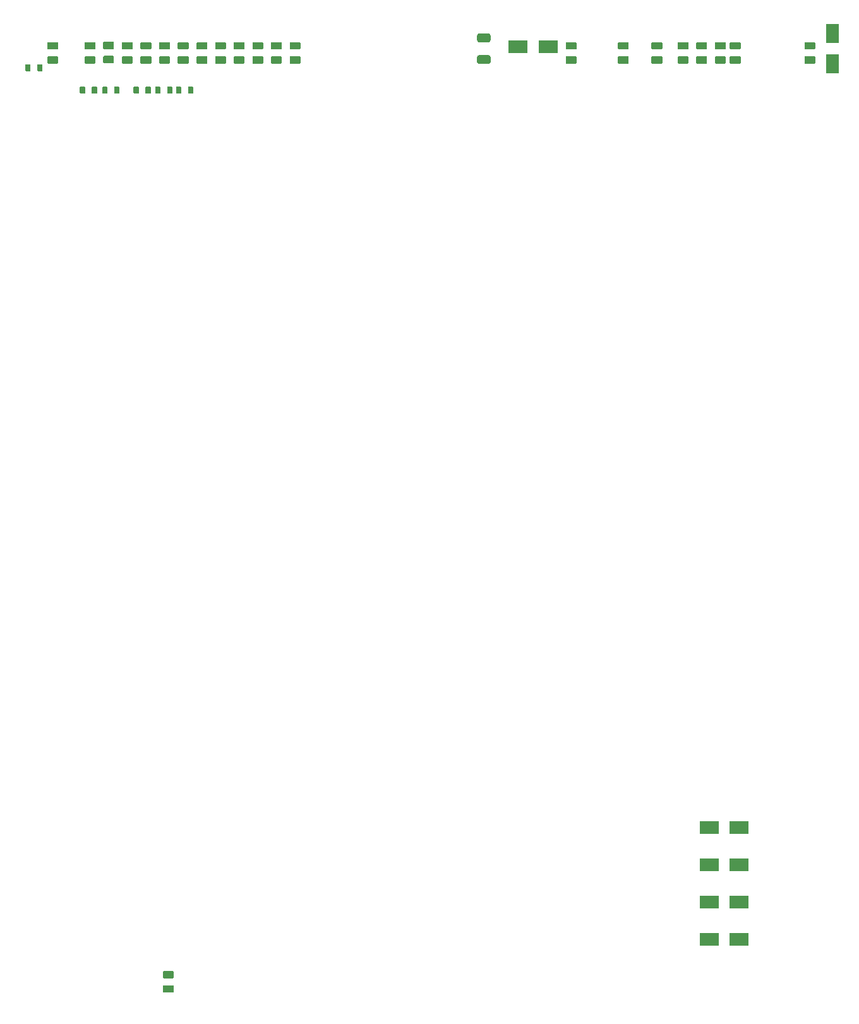
<source format=gtp>
G04 #@! TF.GenerationSoftware,KiCad,Pcbnew,7.0.11-7.0.11~ubuntu22.04.1*
G04 #@! TF.CreationDate,2024-03-12T21:10:04+00:00*
G04 #@! TF.ProjectId,proteusOBD2Ahonda,70726f74-6575-4734-9f42-443241686f6e,a*
G04 #@! TF.SameCoordinates,PX3473bc0PY108ee440*
G04 #@! TF.FileFunction,Paste,Top*
G04 #@! TF.FilePolarity,Positive*
%FSLAX46Y46*%
G04 Gerber Fmt 4.6, Leading zero omitted, Abs format (unit mm)*
G04 Created by KiCad (PCBNEW 7.0.11-7.0.11~ubuntu22.04.1) date 2024-03-12 21:10:04*
%MOMM*%
%LPD*%
G01*
G04 APERTURE LIST*
%ADD10R,2.500000X1.800000*%
%ADD11O,0.000001X0.000001*%
%ADD12R,1.800000X2.500000*%
G04 APERTURE END LIST*
G04 #@! TO.C,R20*
G36*
G01*
X47375000Y198299521D02*
X48625000Y198299521D01*
G75*
G02*
X48725000Y198199521I0J-100000D01*
G01*
X48725000Y197399521D01*
G75*
G02*
X48625000Y197299521I-100000J0D01*
G01*
X47375000Y197299521D01*
G75*
G02*
X47275000Y197399521I0J100000D01*
G01*
X47275000Y198199521D01*
G75*
G02*
X47375000Y198299521I100000J0D01*
G01*
G37*
G36*
G01*
X47375000Y196399499D02*
X48625000Y196399499D01*
G75*
G02*
X48725000Y196299499I0J-100000D01*
G01*
X48725000Y195499499D01*
G75*
G02*
X48625000Y195399499I-100000J0D01*
G01*
X47375000Y195399499D01*
G75*
G02*
X47275000Y195499499I0J100000D01*
G01*
X47275000Y196299499D01*
G75*
G02*
X47375000Y196399499I100000J0D01*
G01*
G37*
G04 #@! TD*
G04 #@! TO.C,R18*
G36*
G01*
X57375000Y198250001D02*
X58625000Y198250001D01*
G75*
G02*
X58725000Y198150001I0J-100000D01*
G01*
X58725000Y197350001D01*
G75*
G02*
X58625000Y197250001I-100000J0D01*
G01*
X57375000Y197250001D01*
G75*
G02*
X57275000Y197350001I0J100000D01*
G01*
X57275000Y198150001D01*
G75*
G02*
X57375000Y198250001I100000J0D01*
G01*
G37*
G36*
G01*
X57375000Y196349979D02*
X58625000Y196349979D01*
G75*
G02*
X58725000Y196249979I0J-100000D01*
G01*
X58725000Y195449979D01*
G75*
G02*
X58625000Y195349979I-100000J0D01*
G01*
X57375000Y195349979D01*
G75*
G02*
X57275000Y195449979I0J100000D01*
G01*
X57275000Y196249979D01*
G75*
G02*
X57375000Y196349979I100000J0D01*
G01*
G37*
G04 #@! TD*
G04 #@! TO.C,R8*
G36*
G01*
X39150000Y195190000D02*
X39150000Y194410000D01*
G75*
G02*
X39080000Y194340000I-70000J0D01*
G01*
X38520000Y194340000D01*
G75*
G02*
X38450000Y194410000I0J70000D01*
G01*
X38450000Y195190000D01*
G75*
G02*
X38520000Y195260000I70000J0D01*
G01*
X39080000Y195260000D01*
G75*
G02*
X39150000Y195190000I0J-70000D01*
G01*
G37*
G36*
G01*
X37550000Y195190000D02*
X37550000Y194410000D01*
G75*
G02*
X37480000Y194340000I-70000J0D01*
G01*
X36920000Y194340000D01*
G75*
G02*
X36850000Y194410000I0J70000D01*
G01*
X36850000Y195190000D01*
G75*
G02*
X36920000Y195260000I70000J0D01*
G01*
X37480000Y195260000D01*
G75*
G02*
X37550000Y195190000I0J-70000D01*
G01*
G37*
G04 #@! TD*
D10*
G04 #@! TO.C,D3*
X128500000Y78000000D03*
X132500000Y78000000D03*
G04 #@! TD*
G04 #@! TO.C,R25*
G36*
G01*
X126875000Y198250001D02*
X128125000Y198250001D01*
G75*
G02*
X128225000Y198150001I0J-100000D01*
G01*
X128225000Y197350001D01*
G75*
G02*
X128125000Y197250001I-100000J0D01*
G01*
X126875000Y197250001D01*
G75*
G02*
X126775000Y197350001I0J100000D01*
G01*
X126775000Y198150001D01*
G75*
G02*
X126875000Y198250001I100000J0D01*
G01*
G37*
G36*
G01*
X126875000Y196349979D02*
X128125000Y196349979D01*
G75*
G02*
X128225000Y196249979I0J-100000D01*
G01*
X128225000Y195449979D01*
G75*
G02*
X128125000Y195349979I-100000J0D01*
G01*
X126875000Y195349979D01*
G75*
G02*
X126775000Y195449979I0J100000D01*
G01*
X126775000Y196249979D01*
G75*
G02*
X126875000Y196349979I100000J0D01*
G01*
G37*
G04 #@! TD*
D11*
G04 #@! TO.C,M3*
X36187499Y69913333D03*
G04 #@! TD*
G04 #@! TO.C,R5*
G36*
G01*
X44150000Y191410000D02*
X44150000Y192190000D01*
G75*
G02*
X44220000Y192260000I70000J0D01*
G01*
X44780000Y192260000D01*
G75*
G02*
X44850000Y192190000I0J-70000D01*
G01*
X44850000Y191410000D01*
G75*
G02*
X44780000Y191340000I-70000J0D01*
G01*
X44220000Y191340000D01*
G75*
G02*
X44150000Y191410000I0J70000D01*
G01*
G37*
G36*
G01*
X45750000Y191410000D02*
X45750000Y192190000D01*
G75*
G02*
X45820000Y192260000I70000J0D01*
G01*
X46380000Y192260000D01*
G75*
G02*
X46450000Y192190000I0J-70000D01*
G01*
X46450000Y191410000D01*
G75*
G02*
X46380000Y191340000I-70000J0D01*
G01*
X45820000Y191340000D01*
G75*
G02*
X45750000Y191410000I0J70000D01*
G01*
G37*
G04 #@! TD*
G04 #@! TO.C,R2*
G36*
G01*
X120875000Y198250001D02*
X122125000Y198250001D01*
G75*
G02*
X122225000Y198150001I0J-100000D01*
G01*
X122225000Y197350001D01*
G75*
G02*
X122125000Y197250001I-100000J0D01*
G01*
X120875000Y197250001D01*
G75*
G02*
X120775000Y197350001I0J100000D01*
G01*
X120775000Y198150001D01*
G75*
G02*
X120875000Y198250001I100000J0D01*
G01*
G37*
G36*
G01*
X120875000Y196349979D02*
X122125000Y196349979D01*
G75*
G02*
X122225000Y196249979I0J-100000D01*
G01*
X122225000Y195449979D01*
G75*
G02*
X122125000Y195349979I-100000J0D01*
G01*
X120875000Y195349979D01*
G75*
G02*
X120775000Y195449979I0J100000D01*
G01*
X120775000Y196249979D01*
G75*
G02*
X120875000Y196349979I100000J0D01*
G01*
G37*
G04 #@! TD*
G04 #@! TO.C,R14*
G36*
G01*
X49875000Y198250001D02*
X51125000Y198250001D01*
G75*
G02*
X51225000Y198150001I0J-100000D01*
G01*
X51225000Y197350001D01*
G75*
G02*
X51125000Y197250001I-100000J0D01*
G01*
X49875000Y197250001D01*
G75*
G02*
X49775000Y197350001I0J100000D01*
G01*
X49775000Y198150001D01*
G75*
G02*
X49875000Y198250001I100000J0D01*
G01*
G37*
G36*
G01*
X49875000Y196349979D02*
X51125000Y196349979D01*
G75*
G02*
X51225000Y196249979I0J-100000D01*
G01*
X51225000Y195449979D01*
G75*
G02*
X51125000Y195349979I-100000J0D01*
G01*
X49875000Y195349979D01*
G75*
G02*
X49775000Y195449979I0J100000D01*
G01*
X49775000Y196249979D01*
G75*
G02*
X49875000Y196349979I100000J0D01*
G01*
G37*
G04 #@! TD*
G04 #@! TO.C,R16*
G36*
G01*
X67375000Y198250001D02*
X68625000Y198250001D01*
G75*
G02*
X68725000Y198150001I0J-100000D01*
G01*
X68725000Y197350001D01*
G75*
G02*
X68625000Y197250001I-100000J0D01*
G01*
X67375000Y197250001D01*
G75*
G02*
X67275000Y197350001I0J100000D01*
G01*
X67275000Y198150001D01*
G75*
G02*
X67375000Y198250001I100000J0D01*
G01*
G37*
G36*
G01*
X67375000Y196349979D02*
X68625000Y196349979D01*
G75*
G02*
X68725000Y196249979I0J-100000D01*
G01*
X68725000Y195449979D01*
G75*
G02*
X68625000Y195349979I-100000J0D01*
G01*
X67375000Y195349979D01*
G75*
G02*
X67275000Y195449979I0J100000D01*
G01*
X67275000Y196249979D01*
G75*
G02*
X67375000Y196349979I100000J0D01*
G01*
G37*
G04 #@! TD*
G04 #@! TO.C,F1*
G36*
G01*
X97400000Y198465344D02*
X97400000Y199155344D01*
G75*
G02*
X97630000Y199385344I230000J0D01*
G01*
X98970000Y199385344D01*
G75*
G02*
X99200000Y199155344I0J-230000D01*
G01*
X99200000Y198465344D01*
G75*
G02*
X98970000Y198235344I-230000J0D01*
G01*
X97630000Y198235344D01*
G75*
G02*
X97400000Y198465344I0J230000D01*
G01*
G37*
G36*
G01*
X97400000Y195565324D02*
X97400000Y196255324D01*
G75*
G02*
X97630000Y196485324I230000J0D01*
G01*
X98970000Y196485324D01*
G75*
G02*
X99200000Y196255324I0J-230000D01*
G01*
X99200000Y195565324D01*
G75*
G02*
X98970000Y195335324I-230000J0D01*
G01*
X97630000Y195335324D01*
G75*
G02*
X97400000Y195565324I0J230000D01*
G01*
G37*
G04 #@! TD*
G04 #@! TO.C,R24*
G36*
G01*
X129375000Y198250001D02*
X130625000Y198250001D01*
G75*
G02*
X130725000Y198150001I0J-100000D01*
G01*
X130725000Y197350001D01*
G75*
G02*
X130625000Y197250001I-100000J0D01*
G01*
X129375000Y197250001D01*
G75*
G02*
X129275000Y197350001I0J100000D01*
G01*
X129275000Y198150001D01*
G75*
G02*
X129375000Y198250001I100000J0D01*
G01*
G37*
G36*
G01*
X129375000Y196349979D02*
X130625000Y196349979D01*
G75*
G02*
X130725000Y196249979I0J-100000D01*
G01*
X130725000Y195449979D01*
G75*
G02*
X130625000Y195349979I-100000J0D01*
G01*
X129375000Y195349979D01*
G75*
G02*
X129275000Y195449979I0J100000D01*
G01*
X129275000Y196249979D01*
G75*
G02*
X129375000Y196349979I100000J0D01*
G01*
G37*
G04 #@! TD*
G04 #@! TO.C,R3*
G36*
G01*
X53650000Y192190000D02*
X53650000Y191410000D01*
G75*
G02*
X53580000Y191340000I-70000J0D01*
G01*
X53020000Y191340000D01*
G75*
G02*
X52950000Y191410000I0J70000D01*
G01*
X52950000Y192190000D01*
G75*
G02*
X53020000Y192260000I70000J0D01*
G01*
X53580000Y192260000D01*
G75*
G02*
X53650000Y192190000I0J-70000D01*
G01*
G37*
G36*
G01*
X52050000Y192190000D02*
X52050000Y191410000D01*
G75*
G02*
X51980000Y191340000I-70000J0D01*
G01*
X51420000Y191340000D01*
G75*
G02*
X51350000Y191410000I0J70000D01*
G01*
X51350000Y192190000D01*
G75*
G02*
X51420000Y192260000I70000J0D01*
G01*
X51980000Y192260000D01*
G75*
G02*
X52050000Y192190000I0J-70000D01*
G01*
G37*
G04 #@! TD*
D10*
G04 #@! TO.C,D1*
X106900000Y197600000D03*
X102900000Y197600000D03*
G04 #@! TD*
G04 #@! TO.C,D5*
X128500000Y93000000D03*
X132500000Y93000000D03*
G04 #@! TD*
G04 #@! TO.C,R15*
G36*
G01*
X44875000Y198250001D02*
X46125000Y198250001D01*
G75*
G02*
X46225000Y198150001I0J-100000D01*
G01*
X46225000Y197350001D01*
G75*
G02*
X46125000Y197250001I-100000J0D01*
G01*
X44875000Y197250001D01*
G75*
G02*
X44775000Y197350001I0J100000D01*
G01*
X44775000Y198150001D01*
G75*
G02*
X44875000Y198250001I100000J0D01*
G01*
G37*
G36*
G01*
X44875000Y196349979D02*
X46125000Y196349979D01*
G75*
G02*
X46225000Y196249979I0J-100000D01*
G01*
X46225000Y195449979D01*
G75*
G02*
X46125000Y195349979I-100000J0D01*
G01*
X44875000Y195349979D01*
G75*
G02*
X44775000Y195449979I0J100000D01*
G01*
X44775000Y196249979D01*
G75*
G02*
X44875000Y196349979I100000J0D01*
G01*
G37*
G04 #@! TD*
G04 #@! TO.C,R7*
G36*
G01*
X56550000Y192190000D02*
X56550000Y191410000D01*
G75*
G02*
X56480000Y191340000I-70000J0D01*
G01*
X55920000Y191340000D01*
G75*
G02*
X55850000Y191410000I0J70000D01*
G01*
X55850000Y192190000D01*
G75*
G02*
X55920000Y192260000I70000J0D01*
G01*
X56480000Y192260000D01*
G75*
G02*
X56550000Y192190000I0J-70000D01*
G01*
G37*
G36*
G01*
X54950000Y192190000D02*
X54950000Y191410000D01*
G75*
G02*
X54880000Y191340000I-70000J0D01*
G01*
X54320000Y191340000D01*
G75*
G02*
X54250000Y191410000I0J70000D01*
G01*
X54250000Y192190000D01*
G75*
G02*
X54320000Y192260000I70000J0D01*
G01*
X54880000Y192260000D01*
G75*
G02*
X54950000Y192190000I0J-70000D01*
G01*
G37*
G04 #@! TD*
G04 #@! TO.C,R28*
G36*
G01*
X131375000Y198250001D02*
X132625000Y198250001D01*
G75*
G02*
X132725000Y198150001I0J-100000D01*
G01*
X132725000Y197350001D01*
G75*
G02*
X132625000Y197250001I-100000J0D01*
G01*
X131375000Y197250001D01*
G75*
G02*
X131275000Y197350001I0J100000D01*
G01*
X131275000Y198150001D01*
G75*
G02*
X131375000Y198250001I100000J0D01*
G01*
G37*
G36*
G01*
X131375000Y196349979D02*
X132625000Y196349979D01*
G75*
G02*
X132725000Y196249979I0J-100000D01*
G01*
X132725000Y195449979D01*
G75*
G02*
X132625000Y195349979I-100000J0D01*
G01*
X131375000Y195349979D01*
G75*
G02*
X131275000Y195449979I0J100000D01*
G01*
X131275000Y196249979D01*
G75*
G02*
X131375000Y196349979I100000J0D01*
G01*
G37*
G04 #@! TD*
G04 #@! TO.C,R10*
G36*
G01*
X69875000Y198250001D02*
X71125000Y198250001D01*
G75*
G02*
X71225000Y198150001I0J-100000D01*
G01*
X71225000Y197350001D01*
G75*
G02*
X71125000Y197250001I-100000J0D01*
G01*
X69875000Y197250001D01*
G75*
G02*
X69775000Y197350001I0J100000D01*
G01*
X69775000Y198150001D01*
G75*
G02*
X69875000Y198250001I100000J0D01*
G01*
G37*
G36*
G01*
X69875000Y196349979D02*
X71125000Y196349979D01*
G75*
G02*
X71225000Y196249979I0J-100000D01*
G01*
X71225000Y195449979D01*
G75*
G02*
X71125000Y195349979I-100000J0D01*
G01*
X69875000Y195349979D01*
G75*
G02*
X69775000Y195449979I0J100000D01*
G01*
X69775000Y196249979D01*
G75*
G02*
X69875000Y196349979I100000J0D01*
G01*
G37*
G04 #@! TD*
G04 #@! TO.C,R23*
G36*
G01*
X141375000Y198250001D02*
X142625000Y198250001D01*
G75*
G02*
X142725000Y198150001I0J-100000D01*
G01*
X142725000Y197350001D01*
G75*
G02*
X142625000Y197250001I-100000J0D01*
G01*
X141375000Y197250001D01*
G75*
G02*
X141275000Y197350001I0J100000D01*
G01*
X141275000Y198150001D01*
G75*
G02*
X141375000Y198250001I100000J0D01*
G01*
G37*
G36*
G01*
X141375000Y196349979D02*
X142625000Y196349979D01*
G75*
G02*
X142725000Y196249979I0J-100000D01*
G01*
X142725000Y195449979D01*
G75*
G02*
X142625000Y195349979I-100000J0D01*
G01*
X141375000Y195349979D01*
G75*
G02*
X141275000Y195449979I0J100000D01*
G01*
X141275000Y196249979D01*
G75*
G02*
X141375000Y196349979I100000J0D01*
G01*
G37*
G04 #@! TD*
G04 #@! TO.C,R4*
G36*
G01*
X47150000Y191410000D02*
X47150000Y192190000D01*
G75*
G02*
X47220000Y192260000I70000J0D01*
G01*
X47780000Y192260000D01*
G75*
G02*
X47850000Y192190000I0J-70000D01*
G01*
X47850000Y191410000D01*
G75*
G02*
X47780000Y191340000I-70000J0D01*
G01*
X47220000Y191340000D01*
G75*
G02*
X47150000Y191410000I0J70000D01*
G01*
G37*
G36*
G01*
X48750000Y191410000D02*
X48750000Y192190000D01*
G75*
G02*
X48820000Y192260000I70000J0D01*
G01*
X49380000Y192260000D01*
G75*
G02*
X49450000Y192190000I0J-70000D01*
G01*
X49450000Y191410000D01*
G75*
G02*
X49380000Y191340000I-70000J0D01*
G01*
X48820000Y191340000D01*
G75*
G02*
X48750000Y191410000I0J70000D01*
G01*
G37*
G04 #@! TD*
G04 #@! TO.C,R12*
G36*
G01*
X59895000Y198250001D02*
X61145000Y198250001D01*
G75*
G02*
X61245000Y198150001I0J-100000D01*
G01*
X61245000Y197350001D01*
G75*
G02*
X61145000Y197250001I-100000J0D01*
G01*
X59895000Y197250001D01*
G75*
G02*
X59795000Y197350001I0J100000D01*
G01*
X59795000Y198150001D01*
G75*
G02*
X59895000Y198250001I100000J0D01*
G01*
G37*
G36*
G01*
X59895000Y196349979D02*
X61145000Y196349979D01*
G75*
G02*
X61245000Y196249979I0J-100000D01*
G01*
X61245000Y195449979D01*
G75*
G02*
X61145000Y195349979I-100000J0D01*
G01*
X59895000Y195349979D01*
G75*
G02*
X59795000Y195449979I0J100000D01*
G01*
X59795000Y196249979D01*
G75*
G02*
X59895000Y196349979I100000J0D01*
G01*
G37*
G04 #@! TD*
G04 #@! TO.C,R21*
G36*
G01*
X39875000Y198250001D02*
X41125000Y198250001D01*
G75*
G02*
X41225000Y198150001I0J-100000D01*
G01*
X41225000Y197350001D01*
G75*
G02*
X41125000Y197250001I-100000J0D01*
G01*
X39875000Y197250001D01*
G75*
G02*
X39775000Y197350001I0J100000D01*
G01*
X39775000Y198150001D01*
G75*
G02*
X39875000Y198250001I100000J0D01*
G01*
G37*
G36*
G01*
X39875000Y196349979D02*
X41125000Y196349979D01*
G75*
G02*
X41225000Y196249979I0J-100000D01*
G01*
X41225000Y195449979D01*
G75*
G02*
X41125000Y195349979I-100000J0D01*
G01*
X39875000Y195349979D01*
G75*
G02*
X39775000Y195449979I0J100000D01*
G01*
X39775000Y196249979D01*
G75*
G02*
X39875000Y196349979I100000J0D01*
G01*
G37*
G04 #@! TD*
G04 #@! TO.C,R13*
G36*
G01*
X52375000Y198250001D02*
X53625000Y198250001D01*
G75*
G02*
X53725000Y198150001I0J-100000D01*
G01*
X53725000Y197350001D01*
G75*
G02*
X53625000Y197250001I-100000J0D01*
G01*
X52375000Y197250001D01*
G75*
G02*
X52275000Y197350001I0J100000D01*
G01*
X52275000Y198150001D01*
G75*
G02*
X52375000Y198250001I100000J0D01*
G01*
G37*
G36*
G01*
X52375000Y196349979D02*
X53625000Y196349979D01*
G75*
G02*
X53725000Y196249979I0J-100000D01*
G01*
X53725000Y195449979D01*
G75*
G02*
X53625000Y195349979I-100000J0D01*
G01*
X52375000Y195349979D01*
G75*
G02*
X52275000Y195449979I0J100000D01*
G01*
X52275000Y196249979D01*
G75*
G02*
X52375000Y196349979I100000J0D01*
G01*
G37*
G04 #@! TD*
G04 #@! TO.C,R27*
G36*
G01*
X116375000Y198250001D02*
X117625000Y198250001D01*
G75*
G02*
X117725000Y198150001I0J-100000D01*
G01*
X117725000Y197350001D01*
G75*
G02*
X117625000Y197250001I-100000J0D01*
G01*
X116375000Y197250001D01*
G75*
G02*
X116275000Y197350001I0J100000D01*
G01*
X116275000Y198150001D01*
G75*
G02*
X116375000Y198250001I100000J0D01*
G01*
G37*
G36*
G01*
X116375000Y196349979D02*
X117625000Y196349979D01*
G75*
G02*
X117725000Y196249979I0J-100000D01*
G01*
X117725000Y195449979D01*
G75*
G02*
X117625000Y195349979I-100000J0D01*
G01*
X116375000Y195349979D01*
G75*
G02*
X116275000Y195449979I0J100000D01*
G01*
X116275000Y196249979D01*
G75*
G02*
X116375000Y196349979I100000J0D01*
G01*
G37*
G04 #@! TD*
G04 #@! TO.C,D6*
X128500000Y88000000D03*
X132500000Y88000000D03*
G04 #@! TD*
D12*
G04 #@! TO.C,D2*
X145000000Y195374889D03*
X145000000Y199374889D03*
G04 #@! TD*
G04 #@! TO.C,R17*
G36*
G01*
X62375000Y198250001D02*
X63625000Y198250001D01*
G75*
G02*
X63725000Y198150001I0J-100000D01*
G01*
X63725000Y197350001D01*
G75*
G02*
X63625000Y197250001I-100000J0D01*
G01*
X62375000Y197250001D01*
G75*
G02*
X62275000Y197350001I0J100000D01*
G01*
X62275000Y198150001D01*
G75*
G02*
X62375000Y198250001I100000J0D01*
G01*
G37*
G36*
G01*
X62375000Y196349979D02*
X63625000Y196349979D01*
G75*
G02*
X63725000Y196249979I0J-100000D01*
G01*
X63725000Y195449979D01*
G75*
G02*
X63625000Y195349979I-100000J0D01*
G01*
X62375000Y195349979D01*
G75*
G02*
X62275000Y195449979I0J100000D01*
G01*
X62275000Y196249979D01*
G75*
G02*
X62375000Y196349979I100000J0D01*
G01*
G37*
G04 #@! TD*
G04 #@! TO.C,R1*
G36*
G01*
X72375000Y198250001D02*
X73625000Y198250001D01*
G75*
G02*
X73725000Y198150001I0J-100000D01*
G01*
X73725000Y197350001D01*
G75*
G02*
X73625000Y197250001I-100000J0D01*
G01*
X72375000Y197250001D01*
G75*
G02*
X72275000Y197350001I0J100000D01*
G01*
X72275000Y198150001D01*
G75*
G02*
X72375000Y198250001I100000J0D01*
G01*
G37*
G36*
G01*
X72375000Y196349979D02*
X73625000Y196349979D01*
G75*
G02*
X73725000Y196249979I0J-100000D01*
G01*
X73725000Y195449979D01*
G75*
G02*
X73625000Y195349979I-100000J0D01*
G01*
X72375000Y195349979D01*
G75*
G02*
X72275000Y195449979I0J100000D01*
G01*
X72275000Y196249979D01*
G75*
G02*
X72375000Y196349979I100000J0D01*
G01*
G37*
G04 #@! TD*
G04 #@! TO.C,R22*
G36*
G01*
X109375000Y198250001D02*
X110625000Y198250001D01*
G75*
G02*
X110725000Y198150001I0J-100000D01*
G01*
X110725000Y197350001D01*
G75*
G02*
X110625000Y197250001I-100000J0D01*
G01*
X109375000Y197250001D01*
G75*
G02*
X109275000Y197350001I0J100000D01*
G01*
X109275000Y198150001D01*
G75*
G02*
X109375000Y198250001I100000J0D01*
G01*
G37*
G36*
G01*
X109375000Y196349979D02*
X110625000Y196349979D01*
G75*
G02*
X110725000Y196249979I0J-100000D01*
G01*
X110725000Y195449979D01*
G75*
G02*
X110625000Y195349979I-100000J0D01*
G01*
X109375000Y195349979D01*
G75*
G02*
X109275000Y195449979I0J100000D01*
G01*
X109275000Y196249979D01*
G75*
G02*
X109375000Y196349979I100000J0D01*
G01*
G37*
G04 #@! TD*
G04 #@! TO.C,R26*
G36*
G01*
X124375000Y198250001D02*
X125625000Y198250001D01*
G75*
G02*
X125725000Y198150001I0J-100000D01*
G01*
X125725000Y197350001D01*
G75*
G02*
X125625000Y197250001I-100000J0D01*
G01*
X124375000Y197250001D01*
G75*
G02*
X124275000Y197350001I0J100000D01*
G01*
X124275000Y198150001D01*
G75*
G02*
X124375000Y198250001I100000J0D01*
G01*
G37*
G36*
G01*
X124375000Y196349979D02*
X125625000Y196349979D01*
G75*
G02*
X125725000Y196249979I0J-100000D01*
G01*
X125725000Y195449979D01*
G75*
G02*
X125625000Y195349979I-100000J0D01*
G01*
X124375000Y195349979D01*
G75*
G02*
X124275000Y195449979I0J100000D01*
G01*
X124275000Y196249979D01*
G75*
G02*
X124375000Y196349979I100000J0D01*
G01*
G37*
G04 #@! TD*
G04 #@! TO.C,R6*
G36*
G01*
X59350000Y192190000D02*
X59350000Y191410000D01*
G75*
G02*
X59280000Y191340000I-70000J0D01*
G01*
X58720000Y191340000D01*
G75*
G02*
X58650000Y191410000I0J70000D01*
G01*
X58650000Y192190000D01*
G75*
G02*
X58720000Y192260000I70000J0D01*
G01*
X59280000Y192260000D01*
G75*
G02*
X59350000Y192190000I0J-70000D01*
G01*
G37*
G36*
G01*
X57750000Y192190000D02*
X57750000Y191410000D01*
G75*
G02*
X57680000Y191340000I-70000J0D01*
G01*
X57120000Y191340000D01*
G75*
G02*
X57050000Y191410000I0J70000D01*
G01*
X57050000Y192190000D01*
G75*
G02*
X57120000Y192260000I70000J0D01*
G01*
X57680000Y192260000D01*
G75*
G02*
X57750000Y192190000I0J-70000D01*
G01*
G37*
G04 #@! TD*
G04 #@! TO.C,R19*
G36*
G01*
X54875000Y198250001D02*
X56125000Y198250001D01*
G75*
G02*
X56225000Y198150001I0J-100000D01*
G01*
X56225000Y197350001D01*
G75*
G02*
X56125000Y197250001I-100000J0D01*
G01*
X54875000Y197250001D01*
G75*
G02*
X54775000Y197350001I0J100000D01*
G01*
X54775000Y198150001D01*
G75*
G02*
X54875000Y198250001I100000J0D01*
G01*
G37*
G36*
G01*
X54875000Y196349979D02*
X56125000Y196349979D01*
G75*
G02*
X56225000Y196249979I0J-100000D01*
G01*
X56225000Y195449979D01*
G75*
G02*
X56125000Y195349979I-100000J0D01*
G01*
X54875000Y195349979D01*
G75*
G02*
X54775000Y195449979I0J100000D01*
G01*
X54775000Y196249979D01*
G75*
G02*
X54875000Y196349979I100000J0D01*
G01*
G37*
G04 #@! TD*
G04 #@! TO.C,R11*
G36*
G01*
X64875000Y198250001D02*
X66125000Y198250001D01*
G75*
G02*
X66225000Y198150001I0J-100000D01*
G01*
X66225000Y197350001D01*
G75*
G02*
X66125000Y197250001I-100000J0D01*
G01*
X64875000Y197250001D01*
G75*
G02*
X64775000Y197350001I0J100000D01*
G01*
X64775000Y198150001D01*
G75*
G02*
X64875000Y198250001I100000J0D01*
G01*
G37*
G36*
G01*
X64875000Y196349979D02*
X66125000Y196349979D01*
G75*
G02*
X66225000Y196249979I0J-100000D01*
G01*
X66225000Y195449979D01*
G75*
G02*
X66125000Y195349979I-100000J0D01*
G01*
X64875000Y195349979D01*
G75*
G02*
X64775000Y195449979I0J100000D01*
G01*
X64775000Y196249979D01*
G75*
G02*
X64875000Y196349979I100000J0D01*
G01*
G37*
G04 #@! TD*
D10*
G04 #@! TO.C,D4*
X128500000Y83000000D03*
X132500000Y83000000D03*
G04 #@! TD*
G04 #@! TO.C,R29*
G36*
G01*
X55400000Y73750001D02*
X56650000Y73750001D01*
G75*
G02*
X56750000Y73650001I0J-100000D01*
G01*
X56750000Y72850001D01*
G75*
G02*
X56650000Y72750001I-100000J0D01*
G01*
X55400000Y72750001D01*
G75*
G02*
X55300000Y72850001I0J100000D01*
G01*
X55300000Y73650001D01*
G75*
G02*
X55400000Y73750001I100000J0D01*
G01*
G37*
G36*
G01*
X55400000Y71849979D02*
X56650000Y71849979D01*
G75*
G02*
X56750000Y71749979I0J-100000D01*
G01*
X56750000Y70949979D01*
G75*
G02*
X56650000Y70849979I-100000J0D01*
G01*
X55400000Y70849979D01*
G75*
G02*
X55300000Y70949979I0J100000D01*
G01*
X55300000Y71749979D01*
G75*
G02*
X55400000Y71849979I100000J0D01*
G01*
G37*
G04 #@! TD*
M02*

</source>
